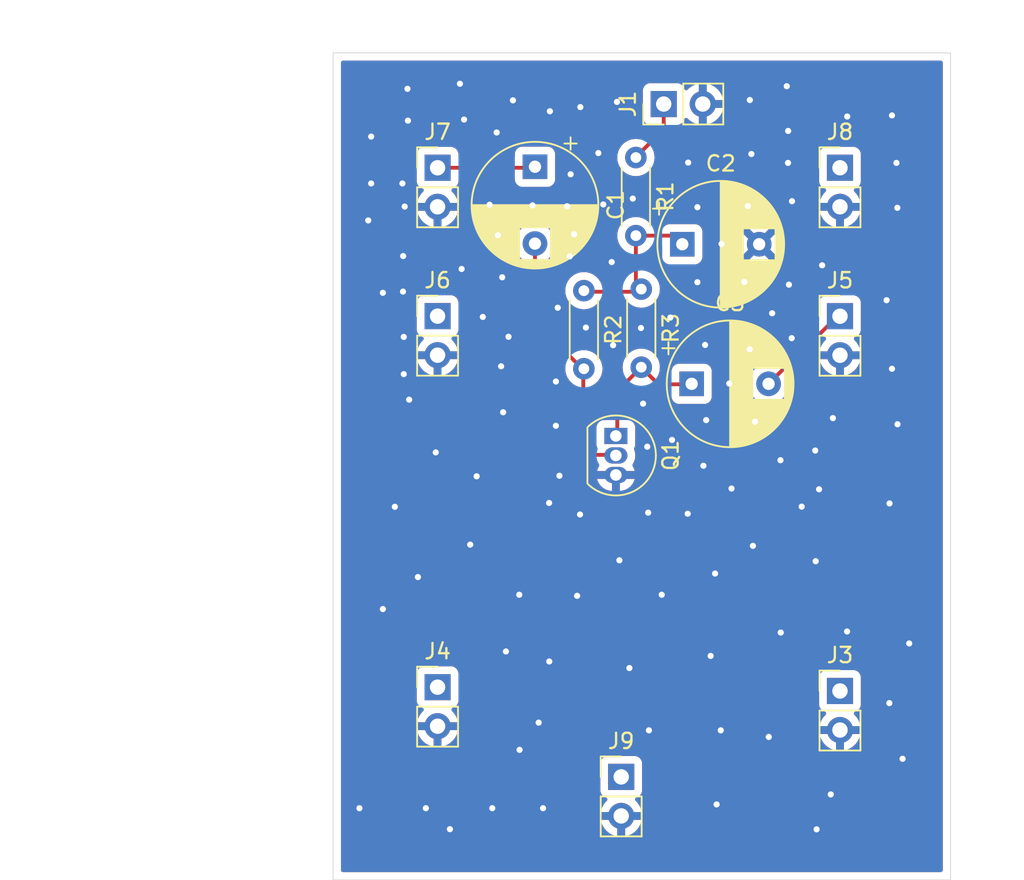
<source format=kicad_pcb>
(kicad_pcb (version 20211014) (generator pcbnew)
  (layers (0 "F.Cu" signal) (31 "B.Cu" signal) (34 "B.Paste" user) (35 "F.Paste" user) (36 "B.SilkS" user "B.Silkscreen") (37 "F.SilkS" user "F.Silkscreen") (38 "B.Mask" user) (39 "F.Mask" user) (44 "Edge.Cuts" user))
  (net 0 "")
  (net 1 "GND")
  (net 2 "bpf_ant")
  (net 3 "bpf_lvds")
  (net 9 "Net-(C1-Pad2)")
  (net 10 "Net-(C2-Pad1)")
  (net 11 "Net-(C3-Pad1)")
  (net 12 "Net-(J1-Pad1)")
  (footprint "Connector_PinHeader_2.54mm:PinHeader_1x02_P2.54mm_Vertical" (layer "F.Cu") (at 105.41 81.275)
    (fp_text reference "J8" (at 0 -2.33) (layer "F.SilkS"))
    (fp_text value "Connector_Generic_Conn_01x02")
    (pad "1" thru_hole rect (at 0 0) (size 1.7 1.7) (drill 1) (layers *.Cu *.Mask))
    (pad "2" thru_hole oval (at 0 2.54) (size 1.7 1.7) (drill 1) (layers *.Cu *.Mask) (net 1 "GND"))
  )
  (footprint "Connector_PinHeader_2.54mm:PinHeader_1x02_P2.54mm_Vertical" (layer "F.Cu") (at 79.248 81.275)
    (fp_text reference "J7" (at 0 -2.33) (layer "F.SilkS"))
    (fp_text value "Connector_Generic_Conn_01x02")
    (pad "1" thru_hole rect (at 0 0) (size 1.7 1.7) (drill 1) (layers *.Cu *.Mask) (net 3 "bpf_lvds"))
    (pad "2" thru_hole oval (at 0 2.54) (size 1.7 1.7) (drill 1) (layers *.Cu *.Mask) (net 1 "GND"))
  )
  (footprint "Connector_PinHeader_2.54mm:PinHeader_1x02_P2.54mm_Vertical" (layer "F.Cu") (at 105.41 115.311)
    (fp_text reference "J3" (at 0 -2.33) (layer "F.SilkS"))
    (fp_text value "Connector_Generic_Conn_01x02")
    (pad "1" thru_hole rect (at 0 0) (size 1.7 1.7) (drill 1) (layers *.Cu *.Mask))
    (pad "2" thru_hole oval (at 0 2.54) (size 1.7 1.7) (drill 1) (layers *.Cu *.Mask) (net 1 "GND"))
  )
  (footprint "Capacitor_THT:CP_Radial_D8.0mm_P5.00mm" (layer "F.Cu") (at 85.58 81.207349 -90)
    (fp_text reference "C1" (at 2.5 -5.25 90) (layer "F.SilkS"))
    (fp_text value "C")
    (pad "1" thru_hole rect (at 0 0 270) (size 1.6 1.6) (drill 0.8) (layers *.Cu *.Mask) (net 3 "bpf_lvds"))
    (pad "2" thru_hole circle (at 5 0 270) (size 1.6 1.6) (drill 0.8) (layers *.Cu *.Mask) (net 9 "Net-(C1-Pad2)"))
  )
  (footprint "Connector_PinHeader_2.54mm:PinHeader_1x02_P2.54mm_Vertical" (layer "F.Cu") (at 79.248 115.062)
    (fp_text reference "J4" (at 0 -2.33) (layer "F.SilkS"))
    (fp_text value "Connector_Generic_Conn_01x02")
    (pad "1" thru_hole rect (at 0 0) (size 1.7 1.7) (drill 1) (layers *.Cu *.Mask))
    (pad "2" thru_hole oval (at 0 2.54) (size 1.7 1.7) (drill 1) (layers *.Cu *.Mask) (net 1 "GND"))
  )
  (footprint "Connector_PinHeader_2.54mm:PinHeader_1x02_P2.54mm_Vertical" (layer "F.Cu") (at 105.41 90.932)
    (fp_text reference "J5" (at 0 -2.33) (layer "F.SilkS"))
    (fp_text value "Connector_Generic_Conn_01x02")
    (pad "1" thru_hole rect (at 0 0) (size 1.7 1.7) (drill 1) (layers *.Cu *.Mask) (net 2 "bpf_ant"))
    (pad "2" thru_hole oval (at 0 2.54) (size 1.7 1.7) (drill 1) (layers *.Cu *.Mask) (net 1 "GND"))
  )
  (footprint "Capacitor_THT:CP_Radial_D8.0mm_P5.00mm" (layer "F.Cu") (at 95.767349 95.33)
    (fp_text reference "C3" (at 2.5 -5.25) (layer "F.SilkS"))
    (fp_text value "C")
    (pad "1" thru_hole rect (at 0 0) (size 1.6 1.6) (drill 0.8) (layers *.Cu *.Mask) (net 11 "Net-(C3-Pad1)"))
    (pad "2" thru_hole circle (at 5 0) (size 1.6 1.6) (drill 0.8) (layers *.Cu *.Mask) (net 2 "bpf_ant"))
  )
  (footprint "Connector_PinHeader_2.54mm:PinHeader_1x02_P2.54mm_Vertical" (layer "F.Cu") (at 79.248 90.927)
    (fp_text reference "J6" (at 0 -2.33) (layer "F.SilkS"))
    (fp_text value "Connector_Generic_Conn_01x02")
    (pad "1" thru_hole rect (at 0 0) (size 1.7 1.7) (drill 1) (layers *.Cu *.Mask))
    (pad "2" thru_hole oval (at 0 2.54) (size 1.7 1.7) (drill 1) (layers *.Cu *.Mask) (net 1 "GND"))
  )
  (footprint "Resistor_THT:R_Axial_DIN0204_L3.6mm_D1.6mm_P5.08mm_Horizontal" (layer "F.Cu") (at 88.76 89.27 -90)
    (fp_text reference "R2" (at 2.54 -1.92 90) (layer "F.SilkS"))
    (fp_text value "100 kOhm")
    (pad "1" thru_hole circle (at 0 0 270) (size 1.4 1.4) (drill 0.7) (layers *.Cu *.Mask) (net 10 "Net-(C2-Pad1)"))
    (pad "2" thru_hole oval (at 5.08 0 270) (size 1.4 1.4) (drill 0.7) (layers *.Cu *.Mask) (net 9 "Net-(C1-Pad2)"))
  )
  (footprint "Connector_PinHeader_2.54mm:PinHeader_1x02_P2.54mm_Vertical" (layer "F.Cu") (at 91.186 120.899)
    (fp_text reference "J9" (at 0 -2.33) (layer "F.SilkS"))
    (fp_text value "Connector_Generic_Conn_01x02")
    (pad "1" thru_hole rect (at 0 0) (size 1.7 1.7) (drill 1) (layers *.Cu *.Mask))
    (pad "2" thru_hole oval (at 0 2.54) (size 1.7 1.7) (drill 1) (layers *.Cu *.Mask) (net 1 "GND"))
  )
  (footprint "Resistor_THT:R_Axial_DIN0204_L3.6mm_D1.6mm_P5.08mm_Horizontal" (layer "F.Cu") (at 92.14 80.61 -90)
    (fp_text reference "R1" (at 2.54 -1.92 90) (layer "F.SilkS"))
    (fp_text value "R")
    (pad "1" thru_hole circle (at 0 0 270) (size 1.4 1.4) (drill 0.7) (layers *.Cu *.Mask) (net 12 "Net-(J1-Pad1)"))
    (pad "2" thru_hole oval (at 5.08 0 270) (size 1.4 1.4) (drill 0.7) (layers *.Cu *.Mask) (net 10 "Net-(C2-Pad1)"))
  )
  (footprint "Resistor_THT:R_Axial_DIN0204_L3.6mm_D1.6mm_P5.08mm_Horizontal" (layer "F.Cu") (at 92.49 89.17 -90)
    (fp_text reference "R3" (at 2.54 -1.92 90) (layer "F.SilkS"))
    (fp_text value "100 Ohm")
    (pad "1" thru_hole circle (at 0 0 270) (size 1.4 1.4) (drill 0.7) (layers *.Cu *.Mask) (net 10 "Net-(C2-Pad1)"))
    (pad "2" thru_hole oval (at 5.08 0 270) (size 1.4 1.4) (drill 0.7) (layers *.Cu *.Mask) (net 11 "Net-(C3-Pad1)"))
  )
  (footprint "Connector_PinHeader_2.54mm:PinHeader_1x02_P2.54mm_Vertical" (layer "F.Cu") (at 93.95 77.13 90)
    (fp_text reference "J1" (at 0 -2.33 90) (layer "F.SilkS"))
    (fp_text value "Conn_01x02_Male")
    (pad "1" thru_hole rect (at 0 0 90) (size 1.7 1.7) (drill 1) (layers *.Cu *.Mask) (net 12 "Net-(J1-Pad1)"))
    (pad "2" thru_hole oval (at 0 2.54 90) (size 1.7 1.7) (drill 1) (layers *.Cu *.Mask) (net 1 "GND"))
  )
  (footprint "Capacitor_THT:CP_Radial_D8.0mm_P5.00mm" (layer "F.Cu") (at 95.157349 86.25)
    (fp_text reference "C2" (at 2.5 -5.25) (layer "F.SilkS"))
    (fp_text value "C")
    (pad "1" thru_hole rect (at 0 0) (size 1.6 1.6) (drill 0.8) (layers *.Cu *.Mask) (net 10 "Net-(C2-Pad1)"))
    (pad "2" thru_hole circle (at 5 0) (size 1.6 1.6) (drill 0.8) (layers *.Cu *.Mask) (net 1 "GND"))
  )
  (footprint "Package_TO_SOT_THT:TO-92_Inline" (layer "F.Cu") (at 90.84 98.72 -90)
    (fp_text reference "Q1" (at 1.27 -3.56 90) (layer "F.SilkS"))
    (fp_text value "BC547")
    (pad "1" thru_hole rect (at 0 0 270) (size 1.05 1.5) (drill 0.75) (layers *.Cu *.Mask) (net 11 "Net-(C3-Pad1)"))
    (pad "2" thru_hole oval (at 1.27 0 270) (size 1.05 1.5) (drill 0.75) (layers *.Cu *.Mask) (net 9 "Net-(C1-Pad2)"))
    (pad "3" thru_hole oval (at 2.54 0 270) (size 1.05 1.5) (drill 0.75) (layers *.Cu *.Mask) (net 1 "GND"))
  )
  (gr_rect (start 72.46 73.8) (end 112.6 127.6) (layer "Edge.Cuts") (width 0.05) (fill none))
  (via (at 97.29 107.67) (size 0.8) (drill 0.4) (layers "F.Cu" "B.Cu") (net 1))
  (via (at 85.42 83.72) (size 0.8) (drill 0.4) (layers "F.Cu" "B.Cu") (net 1))
  (via (at 91.07 106.81) (size 0.8) (drill 0.4) (layers "F.Cu" "B.Cu") (net 1))
  (via (at 97 113.03) (size 0.8) (drill 0.4) (layers "F.Cu" "B.Cu") (net 1))
  (via (at 101.56 111.51) (size 0.8) (drill 0.4) (layers "F.Cu" "B.Cu") (net 1))
  (via (at 88.32 109.12) (size 0.8) (drill 0.4) (layers "F.Cu" "B.Cu") (net 1))
  (via (at 86.5 103.08) (size 0.8) (drill 0.4) (layers "F.Cu" "B.Cu") (net 1))
  (via (at 108.79 77.87) (size 0.8) (drill 0.4) (layers "F.Cu" "B.Cu") (net 1))
  (via (at 109.91 112.22) (size 0.8) (drill 0.4) (layers "F.Cu" "B.Cu") (net 1))
  (via (at 85.82 117.37) (size 0.8) (drill 0.4) (layers "F.Cu" "B.Cu") (net 1))
  (via (at 99.75 105.87) (size 0.8) (drill 0.4) (layers "F.Cu" "B.Cu") (net 1))
  (via (at 91.72 113.82) (size 0.8) (drill 0.4) (layers "F.Cu" "B.Cu") (net 1))
  (via (at 109.48 119.72) (size 0.8) (drill 0.4) (layers "F.Cu" "B.Cu") (net 1))
  (via (at 77.4 96.36) (size 0.8) (drill 0.4) (layers "F.Cu" "B.Cu") (net 1))
  (via (at 79.13 99.79) (size 0.8) (drill 0.4) (layers "F.Cu" "B.Cu") (net 1))
  (via (at 94.49 98.98) (size 0.8) (drill 0.4) (layers "F.Cu" "B.Cu") (net 1))
  (via (at 97.39 122.69) (size 0.8) (drill 0.4) (layers "F.Cu" "B.Cu") (net 1))
  (via (at 83.51 97.18) (size 0.8) (drill 0.4) (layers "F.Cu" "B.Cu") (net 1))
  (via (at 81.37 105.79) (size 0.8) (drill 0.4) (layers "F.Cu" "B.Cu") (net 1))
  (via (at 77.11 83.8) (size 0.8) (drill 0.4) (layers "F.Cu" "B.Cu") (net 1))
  (via (at 102.29 83.45) (size 0.8) (drill 0.4) (layers "F.Cu" "B.Cu") (net 1))
  (via (at 98.36 102.14) (size 0.8) (drill 0.4) (layers "F.Cu" "B.Cu") (net 1))
  (via (at 87.06 90.38) (size 0.8) (drill 0.4) (layers "F.Cu" "B.Cu") (net 1))
  (via (at 92.61 96.62) (size 0.8) (drill 0.4) (layers "F.Cu" "B.Cu") (net 1))
  (via (at 90.02 83.66) (size 0.8) (drill 0.4) (layers "F.Cu" "B.Cu") (net 1))
  (via (at 82.63 83.68) (size 0.8) (drill 0.4) (layers "F.Cu" "B.Cu") (net 1))
  (via (at 96.14 83.84) (size 0.8) (drill 0.4) (layers "F.Cu" "B.Cu") (net 1))
  (via (at 105.88 77.94) (size 0.8) (drill 0.4) (layers "F.Cu" "B.Cu") (net 1))
  (via (at 90.66 92.82) (size 0.8) (drill 0.4) (layers "F.Cu" "B.Cu") (net 1))
  (via (at 80.05 124.3) (size 0.8) (drill 0.4) (layers "F.Cu" "B.Cu") (net 1))
  (via (at 108.62 116.1) (size 0.8) (drill 0.4) (layers "F.Cu" "B.Cu") (net 1))
  (via (at 109.15 97.96) (size 0.8) (drill 0.4) (layers "F.Cu" "B.Cu") (net 1))
  (via (at 95.54 80.94) (size 0.8) (drill 0.4) (layers "F.Cu" "B.Cu") (net 1))
  (via (at 109.14 83.88) (size 0.8) (drill 0.4) (layers "F.Cu" "B.Cu") (net 1))
  (via (at 77.29 76.14) (size 0.8) (drill 0.4) (layers "F.Cu" "B.Cu") (net 1))
  (via (at 87.84 87.04) (size 0.8) (drill 0.4) (layers "F.Cu" "B.Cu") (net 1))
  (via (at 102.04 78.88) (size 0.8) (drill 0.4) (layers "F.Cu" "B.Cu") (net 1))
  (via (at 84.58 119.14) (size 0.8) (drill 0.4) (layers "F.Cu" "B.Cu") (net 1))
  (via (at 86.94 98.06) (size 0.8) (drill 0.4) (layers "F.Cu" "B.Cu") (net 1))
  (via (at 99.42 83.77) (size 0.8) (drill 0.4) (layers "F.Cu" "B.Cu") (net 1))
  (via (at 100.78 118.3) (size 0.8) (drill 0.4) (layers "F.Cu" "B.Cu") (net 1))
  (via (at 88.12 85.6) (size 0.8) (drill 0.4) (layers "F.Cu" "B.Cu") (net 1))
  (via (at 87.17 101.31) (size 0.8) (drill 0.4) (layers "F.Cu" "B.Cu") (net 1))
  (via (at 82.19 90.98) (size 0.8) (drill 0.4) (layers "F.Cu" "B.Cu") (net 1))
  (via (at 89.7 80.32) (size 0.8) (drill 0.4) (layers "F.Cu" "B.Cu") (net 1))
  (via (at 99.65 80.38) (size 0.8) (drill 0.4) (layers "F.Cu" "B.Cu") (net 1))
  (via (at 83.86 92.27) (size 0.8) (drill 0.4) (layers "F.Cu" "B.Cu") (net 1))
  (via (at 77.32 78.21) (size 0.8) (drill 0.4) (layers "F.Cu" "B.Cu") (net 1))
  (via (at 81.788 101.346) (size 0.8) (drill 0.4) (layers "F.Cu" "B.Cu") (net 1))
  (via (at 76.962 82.296) (size 0.8) (drill 0.4) (layers "F.Cu" "B.Cu") (net 1))
  (via (at 108.44 89.89) (size 0.8) (drill 0.4) (layers "F.Cu" "B.Cu") (net 1))
  (via (at 99.55 76.87) (size 0.8) (drill 0.4) (layers "F.Cu" "B.Cu") (net 1))
  (via (at 90.57 87.41) (size 0.8) (drill 0.4) (layers "F.Cu" "B.Cu") (net 1))
  (via (at 75.692 109.982) (size 0.8) (drill 0.4) (layers "F.Cu" "B.Cu") (net 1))
  (via (at 77.01 87.02) (size 0.8) (drill 0.4) (layers "F.Cu" "B.Cu") (net 1))
  (via (at 92.99 117.87) (size 0.8) (drill 0.4) (layers "F.Cu" "B.Cu") (net 1))
  (via (at 88.51 103.83) (size 0.8) (drill 0.4) (layers "F.Cu" "B.Cu") (net 1))
  (via (at 104.05 102.19) (size 0.8) (drill 0.4) (layers "F.Cu" "B.Cu") (net 1))
  (via (at 80.81 87.86) (size 0.8) (drill 0.4) (layers "F.Cu" "B.Cu") (net 1))
  (via (at 92.94 103.71) (size 0.8) (drill 0.4) (layers "F.Cu" "B.Cu") (net 1))
  (via (at 86.94 95.18) (size 0.8) (drill 0.4) (layers "F.Cu" "B.Cu") (net 1))
  (via (at 77.05 92.28) (size 0.8) (drill 0.4) (layers "F.Cu" "B.Cu") (net 1))
  (via (at 83.17 85.66) (size 0.8) (drill 0.4) (layers "F.Cu" "B.Cu") (net 1))
  (via (at 104.95 97.56) (size 0.8) (drill 0.4) (layers "F.Cu" "B.Cu") (net 1))
  (via (at 97.71 86.23) (size 0.8) (drill 0.4) (layers "F.Cu" "B.Cu") (net 1))
  (via (at 90.91 76.99) (size 0.8) (drill 0.4) (layers "F.Cu" "B.Cu") (net 1))
  (via (at 101.54 100.3) (size 0.8) (drill 0.4) (layers "F.Cu" "B.Cu") (net 1))
  (via (at 96.71 97.69) (size 0.8) (drill 0.4) (layers "F.Cu" "B.Cu") (net 1))
  (via (at 99.54 93.08) (size 0.8) (drill 0.4) (layers "F.Cu" "B.Cu") (net 1))
  (via (at 99.19 88.7) (size 0.8) (drill 0.4) (layers "F.Cu" "B.Cu") (net 1))
  (via (at 108.63 103.11) (size 0.8) (drill 0.4) (layers "F.Cu" "B.Cu") (net 1))
  (via (at 102.09 88.88) (size 0.8) (drill 0.4) (layers "F.Cu" "B.Cu") (net 1))
  (via (at 104.81 122.04) (size 0.8) (drill 0.4) (layers "F.Cu" "B.Cu") (net 1))
  (via (at 101 90.74) (size 0.8) (drill 0.4) (layers "F.Cu" "B.Cu") (net 1))
  (via (at 109.08 80.96) (size 0.8) (drill 0.4) (layers "F.Cu" "B.Cu") (net 1))
  (via (at 103.8 99.67) (size 0.8) (drill 0.4) (layers "F.Cu" "B.Cu") (net 1))
  (via (at 84.15 76.89) (size 0.8) (drill 0.4) (layers "F.Cu" "B.Cu") (net 1))
  (via (at 78.486 122.936) (size 0.8) (drill 0.4) (layers "F.Cu" "B.Cu") (net 1))
  (via (at 108.79 94.35) (size 0.8) (drill 0.4) (layers "F.Cu" "B.Cu") (net 1))
  (via (at 103.89 124.31) (size 0.8) (drill 0.4) (layers "F.Cu" "B.Cu") (net 1))
  (via (at 74.74 84.7) (size 0.8) (drill 0.4) (layers "F.Cu" "B.Cu") (net 1))
  (via (at 83.09 78.98) (size 0.8) (drill 0.4) (layers "F.Cu" "B.Cu") (net 1))
  (via (at 87.67 83.78) (size 0.8) (drill 0.4) (layers "F.Cu" "B.Cu") (net 1))
  (via (at 93.82 109.05) (size 0.8) (drill 0.4) (layers "F.Cu" "B.Cu") (net 1))
  (via (at 86.55 77.6) (size 0.8) (drill 0.4) (layers "F.Cu" "B.Cu") (net 1))
  (via (at 94.38 91.02) (size 0.8) (drill 0.4) (layers "F.Cu" "B.Cu") (net 1))
  (via (at 88.53 77.33) (size 0.8) (drill 0.4) (layers "F.Cu" "B.Cu") (net 1))
  (via (at 80.97 78.14) (size 0.8) (drill 0.4) (layers "F.Cu" "B.Cu") (net 1))
  (via (at 101.95 75.97) (size 0.8) (drill 0.4) (layers "F.Cu" "B.Cu") (net 1))
  (via (at 96.64 92.8) (size 0.8) (drill 0.4) (layers "F.Cu" "B.Cu") (net 1))
  (via (at 74.93 82.296) (size 0.8) (drill 0.4) (layers "F.Cu" "B.Cu") (net 1))
  (via (at 75.692 89.408) (size 0.8) (drill 0.4) (layers "F.Cu" "B.Cu") (net 1))
  (via (at 88.89 91.67) (size 0.8) (drill 0.4) (layers "F.Cu" "B.Cu") (net 1))
  (via (at 80.7 75.81) (size 0.8) (drill 0.4) (layers "F.Cu" "B.Cu") (net 1))
  (via (at 104.25 87.62) (size 0.8) (drill 0.4) (layers "F.Cu" "B.Cu") (net 1))
  (via (at 77.05 94.7) (size 0.8) (drill 0.4) (layers "F.Cu" "B.Cu") (net 1))
  (via (at 74.93 79.248) (size 0.8) (drill 0.4) (layers "F.Cu" "B.Cu") (net 1))
  (via (at 102.92 103.32) (size 0.8) (drill 0.4) (layers "F.Cu" "B.Cu") (net 1))
  (via (at 105.87 111.44) (size 0.8) (drill 0.4) (layers "F.Cu" "B.Cu") (net 1))
  (via (at 92.47 91.7) (size 0.8) (drill 0.4) (layers "F.Cu" "B.Cu") (net 1))
  (via (at 83.45 88.4) (size 0.8) (drill 0.4) (layers "F.Cu" "B.Cu") (net 1))
  (via (at 99.89 97.79) (size 0.8) (drill 0.4) (layers "F.Cu" "B.Cu") (net 1))
  (via (at 95.51 103.78) (size 0.8) (drill 0.4) (layers "F.Cu" "B.Cu") (net 1))
  (via (at 76.47 103.33) (size 0.8) (drill 0.4) (layers "F.Cu" "B.Cu") (net 1))
  (via (at 102.03 80.96) (size 0.8) (drill 0.4) (layers "F.Cu" "B.Cu") (net 1))
  (via (at 83.38 94.19) (size 0.8) (drill 0.4) (layers "F.Cu" "B.Cu") (net 1))
  (via (at 96.14 88.72) (size 0.8) (drill 0.4) (layers "F.Cu" "B.Cu") (net 1))
  (via (at 77 89.33) (size 0.8) (drill 0.4) (layers "F.Cu" "B.Cu") (net 1))
  (via (at 103.83 106.87) (size 0.8) (drill 0.4) (layers "F.Cu" "B.Cu") (net 1))
  (via (at 86.51 113.39) (size 0.8) (drill 0.4) (layers "F.Cu" "B.Cu") (net 1))
  (via (at 98.21 95.31) (size 0.8) (drill 0.4) (layers "F.Cu" "B.Cu") (net 1))
  (via (at 91.94 83.28) (size 0.8) (drill 0.4) (layers "F.Cu" "B.Cu") (net 1))
  (via (at 86.106 122.936) (size 0.8) (drill 0.4) (layers "F.Cu" "B.Cu") (net 1))
  (via (at 84.56 109.05) (size 0.8) (drill 0.4) (layers "F.Cu" "B.Cu") (net 1))
  (via (at 92.88 99.42) (size 0.8) (drill 0.4) (layers "F.Cu" "B.Cu") (net 1))
  (via (at 77.97 107.9) (size 0.8) (drill 0.4) (layers "F.Cu" "B.Cu") (net 1))
  (via (at 96.53 100.66) (size 0.8) (drill 0.4) (layers "F.Cu" "B.Cu") (net 1))
  (via (at 74.168 122.936) (size 0.8) (drill 0.4) (layers "F.Cu" "B.Cu") (net 1))
  (via (at 82.804 122.936) (size 0.8) (drill 0.4) (layers "F.Cu" "B.Cu") (net 1))
  (via (at 102.27 92.36) (size 0.8) (drill 0.4) (layers "F.Cu" "B.Cu") (net 1))
  (via (at 83.69 112.74) (size 0.8) (drill 0.4) (layers "F.Cu" "B.Cu") (net 1))
  (via (at 87.9 81.7) (size 0.8) (drill 0.4) (layers "F.Cu" "B.Cu") (net 1))
  (via (at 97.66 117.87) (size 0.8) (drill 0.4) (layers "F.Cu" "B.Cu") (net 1))
  (segment (start 103.34 92.757349) (end 103.422651 92.757349) (width 0.25) (layer "F.Cu") (net 2))
  (segment (start 103.422651 92.757349) (end 105.55 90.63) (width 0.25) (layer "F.Cu") (net 2))
  (segment (start 105.36 90.79) (end 105.47 90.9) (width 0.25) (layer "F.Cu") (net 2))
  (segment (start 100.767349 95.33) (end 103.34 92.757349) (width 0.25) (layer "F.Cu") (net 2))
  (segment (start 79.248 81.275) (end 85.515 81.275) (width 0.25) (layer "F.Cu") (net 3))
  (segment (start 85.515 81.275) (end 85.76 81.03) (width 0.25) (layer "F.Cu") (net 3))
  (segment (start 85.58 86.207349) (end 85.58 91.27) (width 0.25) (layer "F.Cu") (net 9))
  (segment (start 88.72 94.41) (end 88.72 99.65) (width 0.25) (layer "F.Cu") (net 9))
  (segment (start 85.58 91.27) (end 88.72 94.41) (width 0.25) (layer "F.Cu") (net 9))
  (segment (start 88.72 99.65) (end 89.02 99.95) (width 0.25) (layer "F.Cu") (net 9))
  (segment (start 89.02 99.95) (end 90.8 99.95) (width 0.25) (layer "F.Cu") (net 9))
  (segment (start 94.58 85.69) (end 95.2 86.31) (width 0.25) (layer "F.Cu") (net 10))
  (segment (start 92.14 85.69) (end 92.14 88.65) (width 0.25) (layer "F.Cu") (net 10))
  (segment (start 92.55 89.06) (end 92.27 89.34) (width 0.25) (layer "F.Cu") (net 10))
  (segment (start 92.27 89.34) (end 88.68 89.34) (width 0.25) (layer "F.Cu") (net 10))
  (segment (start 92.14 85.69) (end 94.58 85.69) (width 0.25) (layer "F.Cu") (net 10))
  (segment (start 92.14 88.65) (end 92.55 89.06) (width 0.25) (layer "F.Cu") (net 10))
  (segment (start 90.93 95.81) (end 90.93 98.82) (width 0.25) (layer "F.Cu") (net 11))
  (segment (start 92.49 94.25) (end 93.6 95.36) (width 0.25) (layer "F.Cu") (net 11))
  (segment (start 92.49 94.25) (end 90.93 95.81) (width 0.25) (layer "F.Cu") (net 11))
  (segment (start 93.6 95.36) (end 95.81 95.36) (width 0.25) (layer "F.Cu") (net 11))
  (segment (start 93.95 78.77) (end 92.13 80.59) (width 0.25) (layer "F.Cu") (net 12))
  (segment (start 93.95 77.13) (end 93.95 78.77) (width 0.25) (layer "F.Cu") (net 12))
  (zone (net 1) (net_name "GND") (layer "F.Cu") (connect_pads (clearance 0.508)) (min_thickness 0.254) (fill yes (thermal_gap 0.508) (thermal_bridge_width 0.508))
    (polygon (pts (xy 112.522 127.508) (xy 50.8 127.508) (xy 50.8 73.914) (xy 112.522 73.914)))
  )
  (zone (net 1) (net_name "GND") (layer "B.Cu") (connect_pads (clearance 0.508)) (min_thickness 0.254) (fill yes (thermal_gap 0.508) (thermal_bridge_width 0.508))
    (polygon (pts (xy 112.522 127.508) (xy 50.8 127.508) (xy 50.8 73.914) (xy 112.522 73.914)))
  )
)
</source>
